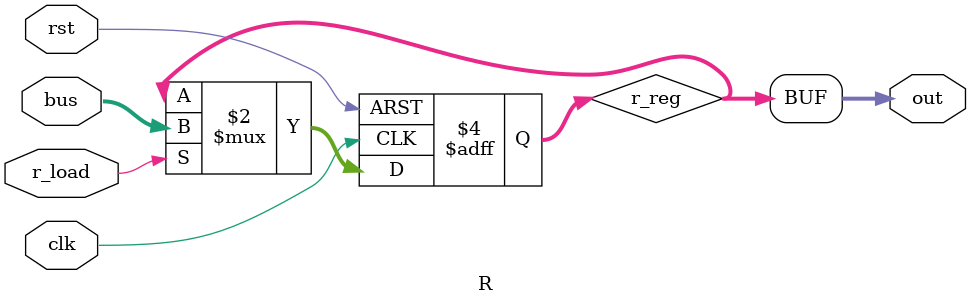
<source format=v>
module R(
	input clk,
	input rst,
	input r_load,
	input [7:0] bus,
	output [7:0] out
	);
	
reg [7:0] r_reg;

always @(posedge clk, posedge rst) begin
	if(rst) r_reg<=8'b0;
	else if(r_load) r_reg<=bus;
end

assign out=r_reg;

endmodule

</source>
